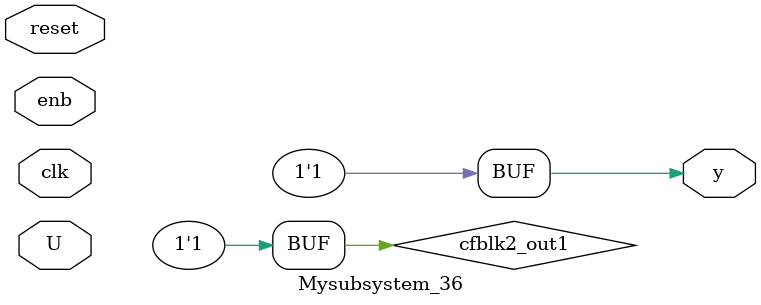
<source format=v>



`timescale 1 ns / 1 ns

module Mysubsystem_36
          (clk,
           reset,
           enb,
           U,
           y);


  input   clk;
  input   reset;
  input   enb;
  input   [7:0] U;  // uint8
  output  y;


  wire cfblk8_out1;
  wire cfblk2_out1;


  cfblk8 u_cfblk8 (.clk(clk),
                   .reset(reset),
                   .enb(enb),
                   .U(U),  // uint8
                   .Y(cfblk8_out1)
                   );

  assign cfblk2_out1 = 1'b1;



  assign y = cfblk2_out1;

endmodule  // Mysubsystem_36


</source>
